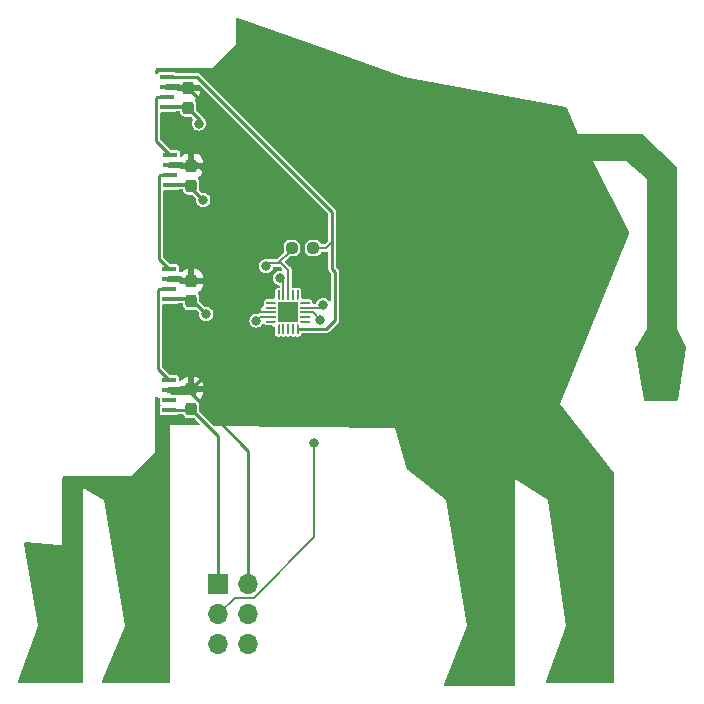
<source format=gbr>
%TF.GenerationSoftware,KiCad,Pcbnew,7.0.1*%
%TF.CreationDate,2024-01-19T17:32:14-06:00*%
%TF.ProjectId,Techno Buffalo,54656368-6e6f-4204-9275-6666616c6f2e,rev?*%
%TF.SameCoordinates,Original*%
%TF.FileFunction,Copper,L1,Top*%
%TF.FilePolarity,Positive*%
%FSLAX46Y46*%
G04 Gerber Fmt 4.6, Leading zero omitted, Abs format (unit mm)*
G04 Created by KiCad (PCBNEW 7.0.1) date 2024-01-19 17:32:14*
%MOMM*%
%LPD*%
G01*
G04 APERTURE LIST*
G04 Aperture macros list*
%AMRoundRect*
0 Rectangle with rounded corners*
0 $1 Rounding radius*
0 $2 $3 $4 $5 $6 $7 $8 $9 X,Y pos of 4 corners*
0 Add a 4 corners polygon primitive as box body*
4,1,4,$2,$3,$4,$5,$6,$7,$8,$9,$2,$3,0*
0 Add four circle primitives for the rounded corners*
1,1,$1+$1,$2,$3*
1,1,$1+$1,$4,$5*
1,1,$1+$1,$6,$7*
1,1,$1+$1,$8,$9*
0 Add four rect primitives between the rounded corners*
20,1,$1+$1,$2,$3,$4,$5,0*
20,1,$1+$1,$4,$5,$6,$7,0*
20,1,$1+$1,$6,$7,$8,$9,0*
20,1,$1+$1,$8,$9,$2,$3,0*%
%AMFreePoly0*
4,1,14,0.334644,0.085355,0.385355,0.034644,0.400000,-0.000711,0.400000,-0.050000,0.385355,-0.085355,0.350000,-0.100000,-0.350000,-0.100000,-0.385355,-0.085355,-0.400000,-0.050000,-0.400000,0.050000,-0.385355,0.085355,-0.350000,0.100000,0.299289,0.100000,0.334644,0.085355,0.334644,0.085355,$1*%
%AMFreePoly1*
4,1,14,0.385355,0.085355,0.400000,0.050000,0.400000,0.000711,0.385355,-0.034644,0.334644,-0.085355,0.299289,-0.100000,-0.350000,-0.100000,-0.385355,-0.085355,-0.400000,-0.050000,-0.400000,0.050000,-0.385355,0.085355,-0.350000,0.100000,0.350000,0.100000,0.385355,0.085355,0.385355,0.085355,$1*%
%AMFreePoly2*
4,1,14,0.085355,0.385355,0.100000,0.350000,0.100000,-0.350000,0.085355,-0.385355,0.050000,-0.400000,-0.050000,-0.400000,-0.085355,-0.385355,-0.100000,-0.350000,-0.100000,0.299289,-0.085355,0.334644,-0.034644,0.385355,0.000711,0.400000,0.050000,0.400000,0.085355,0.385355,0.085355,0.385355,$1*%
%AMFreePoly3*
4,1,14,0.034644,0.385355,0.085355,0.334644,0.100000,0.299289,0.100000,-0.350000,0.085355,-0.385355,0.050000,-0.400000,-0.050000,-0.400000,-0.085355,-0.385355,-0.100000,-0.350000,-0.100000,0.350000,-0.085355,0.385355,-0.050000,0.400000,-0.000711,0.400000,0.034644,0.385355,0.034644,0.385355,$1*%
%AMFreePoly4*
4,1,14,0.385355,0.085355,0.400000,0.050000,0.400000,-0.050000,0.385355,-0.085355,0.350000,-0.100000,-0.299289,-0.100000,-0.334644,-0.085354,-0.385355,-0.034644,-0.400000,0.000711,-0.400000,0.050000,-0.385355,0.085355,-0.350000,0.100000,0.350000,0.100000,0.385355,0.085355,0.385355,0.085355,$1*%
%AMFreePoly5*
4,1,14,0.385355,0.085355,0.400000,0.050000,0.400000,-0.050000,0.385355,-0.085355,0.350000,-0.100000,-0.350000,-0.100000,-0.385355,-0.085355,-0.400000,-0.050000,-0.400000,-0.000711,-0.385355,0.034644,-0.334643,0.085355,-0.299289,0.100000,0.350000,0.100000,0.385355,0.085355,0.385355,0.085355,$1*%
%AMFreePoly6*
4,1,14,0.085355,0.385355,0.100000,0.350000,0.100000,-0.299289,0.085355,-0.334644,0.034644,-0.385355,-0.000711,-0.400000,-0.050000,-0.400000,-0.085355,-0.385355,-0.100000,-0.350000,-0.100000,0.350000,-0.085355,0.385355,-0.050000,0.400000,0.050000,0.400000,0.085355,0.385355,0.085355,0.385355,$1*%
%AMFreePoly7*
4,1,14,0.085355,0.385355,0.100000,0.350000,0.100000,-0.350000,0.085355,-0.385355,0.050000,-0.400000,0.000711,-0.400000,-0.034644,-0.385355,-0.085355,-0.334644,-0.100000,-0.299289,-0.100000,0.350000,-0.085355,0.385355,-0.050000,0.400000,0.050000,0.400000,0.085355,0.385355,0.085355,0.385355,$1*%
G04 Aperture macros list end*
%TA.AperFunction,SMDPad,CuDef*%
%ADD10RoundRect,0.237500X-0.250000X-0.237500X0.250000X-0.237500X0.250000X0.237500X-0.250000X0.237500X0*%
%TD*%
%TA.AperFunction,SMDPad,CuDef*%
%ADD11RoundRect,0.237500X0.237500X-0.300000X0.237500X0.300000X-0.237500X0.300000X-0.237500X-0.300000X0*%
%TD*%
%TA.AperFunction,SMDPad,CuDef*%
%ADD12R,1.200000X0.450000*%
%TD*%
%TA.AperFunction,SMDPad,CuDef*%
%ADD13FreePoly0,0.000000*%
%TD*%
%TA.AperFunction,SMDPad,CuDef*%
%ADD14RoundRect,0.050000X-0.350000X-0.050000X0.350000X-0.050000X0.350000X0.050000X-0.350000X0.050000X0*%
%TD*%
%TA.AperFunction,SMDPad,CuDef*%
%ADD15FreePoly1,0.000000*%
%TD*%
%TA.AperFunction,SMDPad,CuDef*%
%ADD16FreePoly2,0.000000*%
%TD*%
%TA.AperFunction,SMDPad,CuDef*%
%ADD17RoundRect,0.050000X-0.050000X-0.350000X0.050000X-0.350000X0.050000X0.350000X-0.050000X0.350000X0*%
%TD*%
%TA.AperFunction,SMDPad,CuDef*%
%ADD18FreePoly3,0.000000*%
%TD*%
%TA.AperFunction,SMDPad,CuDef*%
%ADD19FreePoly4,0.000000*%
%TD*%
%TA.AperFunction,SMDPad,CuDef*%
%ADD20FreePoly5,0.000000*%
%TD*%
%TA.AperFunction,SMDPad,CuDef*%
%ADD21FreePoly6,0.000000*%
%TD*%
%TA.AperFunction,SMDPad,CuDef*%
%ADD22FreePoly7,0.000000*%
%TD*%
%TA.AperFunction,SMDPad,CuDef*%
%ADD23R,1.700000X1.700000*%
%TD*%
%TA.AperFunction,ComponentPad*%
%ADD24R,1.700000X1.700000*%
%TD*%
%TA.AperFunction,ComponentPad*%
%ADD25O,1.700000X1.700000*%
%TD*%
%TA.AperFunction,ViaPad*%
%ADD26C,0.800000*%
%TD*%
%TA.AperFunction,Conductor*%
%ADD27C,0.200000*%
%TD*%
%TA.AperFunction,Conductor*%
%ADD28C,0.300000*%
%TD*%
%TA.AperFunction,Conductor*%
%ADD29C,0.250000*%
%TD*%
G04 APERTURE END LIST*
D10*
%TO.P,R1,1*%
%TO.N,/CS{slash}MISO*%
X105783500Y-115316000D03*
%TO.P,R1,2*%
%TO.N,/DIO*%
X107608500Y-115316000D03*
%TD*%
D11*
%TO.P,C2,1*%
%TO.N,/Battery_VIN*%
X97282000Y-110082500D03*
%TO.P,C2,2*%
%TO.N,GND*%
X97282000Y-108357500D03*
%TD*%
D12*
%TO.P,D36,1,VDD*%
%TO.N,/Battery_VIN*%
X95504000Y-109962000D03*
%TO.P,D36,2,DOUT*%
%TO.N,Net-(D36-DOUT)*%
X95504000Y-109122000D03*
%TO.P,D36,3,VSS*%
%TO.N,GND*%
X95504000Y-108282000D03*
%TO.P,D36,4,DIN*%
%TO.N,Net-(D35-DOUT)*%
X95504000Y-107442000D03*
%TD*%
D11*
%TO.P,C3,1*%
%TO.N,/Battery_VIN*%
X97282000Y-119835000D03*
%TO.P,C3,2*%
%TO.N,GND*%
X97282000Y-118110000D03*
%TD*%
%TO.P,C4,1*%
%TO.N,/Battery_VIN*%
X97282000Y-128979000D03*
%TO.P,C4,2*%
%TO.N,GND*%
X97282000Y-127254000D03*
%TD*%
D12*
%TO.P,D37,1,VDD*%
%TO.N,/Battery_VIN*%
X95416000Y-119624000D03*
%TO.P,D37,2,DOUT*%
%TO.N,Net-(D37-DOUT)*%
X95416000Y-118784000D03*
%TO.P,D37,3,VSS*%
%TO.N,GND*%
X95416000Y-117944000D03*
%TO.P,D37,4,DIN*%
%TO.N,Net-(D36-DOUT)*%
X95416000Y-117104000D03*
%TD*%
%TO.P,D38,1,VDD*%
%TO.N,/Battery_VIN*%
X95416000Y-129022000D03*
%TO.P,D38,2,DOUT*%
%TO.N,unconnected-(D38-DOUT-Pad2)*%
X95416000Y-128182000D03*
%TO.P,D38,3,VSS*%
%TO.N,GND*%
X95416000Y-127342000D03*
%TO.P,D38,4,DIN*%
%TO.N,Net-(D37-DOUT)*%
X95416000Y-126502000D03*
%TD*%
D11*
%TO.P,C1,1*%
%TO.N,/Battery_VIN*%
X97028000Y-103478500D03*
%TO.P,C1,2*%
%TO.N,GND*%
X97028000Y-101753500D03*
%TD*%
D12*
%TO.P,D35,1,VDD*%
%TO.N,/Battery_VIN*%
X95250000Y-103358000D03*
%TO.P,D35,2,DOUT*%
%TO.N,Net-(D35-DOUT)*%
X95250000Y-102518000D03*
%TO.P,D35,3,VSS*%
%TO.N,GND*%
X95250000Y-101678000D03*
%TO.P,D35,4,DIN*%
%TO.N,/DIO*%
X95250000Y-100838000D03*
%TD*%
D13*
%TO.P,U1,1,PA2*%
%TO.N,/Charlie_Plex_2*%
X104034000Y-119958000D03*
D14*
%TO.P,U1,2,PA3*%
%TO.N,/Charlie_Plex_3*%
X104034000Y-120358000D03*
%TO.P,U1,3,GND*%
%TO.N,GND*%
X104034000Y-120758000D03*
%TO.P,U1,4,VCC*%
%TO.N,/Battery_VIN*%
X104034000Y-121158000D03*
D15*
%TO.P,U1,5,PA4*%
%TO.N,/Charlie_Plex_4*%
X104034000Y-121558000D03*
D16*
%TO.P,U1,6,PA5*%
%TO.N,/Charlie_Plex_5*%
X104684000Y-122208000D03*
D17*
%TO.P,U1,7,PA6*%
%TO.N,/Charlie_Plex_6*%
X105084000Y-122208000D03*
%TO.P,U1,8,PA7*%
%TO.N,unconnected-(U1-PA7-Pad8)*%
X105484000Y-122208000D03*
%TO.P,U1,9,PB5*%
%TO.N,unconnected-(U1-PB5-Pad9)*%
X105884000Y-122208000D03*
D18*
%TO.P,U1,10,PB4*%
%TO.N,/DIO*%
X106284000Y-122208000D03*
D19*
%TO.P,U1,11,PB3*%
%TO.N,/RX*%
X106934000Y-121558000D03*
D14*
%TO.P,U1,12,PB2*%
%TO.N,/TX*%
X106934000Y-121158000D03*
%TO.P,U1,13,PB1*%
%TO.N,/SDA{slash}MOSI{slash}DATA*%
X106934000Y-120758000D03*
%TO.P,U1,14,PB0*%
%TO.N,/SCL{slash}SCK*%
X106934000Y-120358000D03*
D20*
%TO.P,U1,15,PC0*%
%TO.N,/LED_RED*%
X106934000Y-119958000D03*
D21*
%TO.P,U1,16,PC1*%
%TO.N,/LED_GREEN*%
X106284000Y-119308000D03*
D17*
%TO.P,U1,17,PC2*%
%TO.N,/LED_BLUE*%
X105884000Y-119308000D03*
%TO.P,U1,18,PC3*%
%TO.N,/CS{slash}MISO*%
X105484000Y-119308000D03*
%TO.P,U1,19,~{RESET}/PA0*%
%TO.N,/UPDI*%
X105084000Y-119308000D03*
D22*
%TO.P,U1,20,PA1*%
%TO.N,/Charlie_Plex_1*%
X104684000Y-119308000D03*
D23*
%TO.P,U1,21,GND*%
%TO.N,GND*%
X105484000Y-120758000D03*
%TD*%
D24*
%TO.P,J3,1,Pin_1*%
%TO.N,/Battery_VIN*%
X99568000Y-143764000D03*
D25*
%TO.P,J3,2,Pin_2*%
%TO.N,GND*%
X102108000Y-143764000D03*
%TO.P,J3,3,Pin_3*%
%TO.N,/SDA{slash}MOSI{slash}DATA*%
X99568000Y-146304000D03*
%TO.P,J3,4,Pin_4*%
%TO.N,/SCL{slash}SCK*%
X102108000Y-146304000D03*
%TO.P,J3,5,Pin_5*%
%TO.N,/CS{slash}MISO*%
X99568000Y-148844000D03*
%TO.P,J3,6,Pin_6*%
%TO.N,/UPDI*%
X102108000Y-148844000D03*
%TD*%
D26*
%TO.N,/Battery_VIN*%
X97917000Y-104775000D03*
X98298000Y-111252000D03*
X98552000Y-120904000D03*
X102795664Y-121457500D03*
%TO.N,GND*%
X105472500Y-121158000D03*
X105156000Y-121158000D03*
X105156000Y-120396000D03*
X106680000Y-129794000D03*
X105472500Y-120396000D03*
X110744000Y-129794000D03*
X101600000Y-129794000D03*
X98552000Y-128778000D03*
X108712000Y-129794000D03*
X91948000Y-138176000D03*
%TO.N,/SDA{slash}MOSI{slash}DATA*%
X108204000Y-121412000D03*
X107696000Y-131826000D03*
%TO.N,/SCL{slash}SCK*%
X108458000Y-120142000D03*
%TO.N,/CS{slash}MISO*%
X103632000Y-116840000D03*
%TO.N,/UPDI*%
X104784500Y-117856000D03*
%TD*%
D27*
%TO.N,/Battery_VIN*%
X104034000Y-121158000D02*
X103095164Y-121158000D01*
D28*
X97917000Y-104367500D02*
X97917000Y-104775000D01*
X95250000Y-103358000D02*
X96907500Y-103358000D01*
X97272000Y-119624000D02*
X98552000Y-120904000D01*
X96907500Y-103358000D02*
X97917000Y-104367500D01*
D27*
X103095164Y-121158000D02*
X102795664Y-121457500D01*
D28*
X95504000Y-109962000D02*
X97008000Y-109962000D01*
X95416000Y-119624000D02*
X97272000Y-119624000D01*
D29*
X99568000Y-131265000D02*
X97325000Y-129022000D01*
X97325000Y-129022000D02*
X95416000Y-129022000D01*
X99568000Y-143764000D02*
X99568000Y-131265000D01*
D28*
X97008000Y-109962000D02*
X98298000Y-111252000D01*
D29*
%TO.N,Net-(D35-DOUT)*%
X94400000Y-102518000D02*
X94325000Y-102593000D01*
X94325000Y-102593000D02*
X94325000Y-106263000D01*
X95250000Y-102518000D02*
X94400000Y-102518000D01*
X94325000Y-106263000D02*
X95504000Y-107442000D01*
%TO.N,GND*%
X95416000Y-117944000D02*
X99402000Y-117944000D01*
X101949999Y-121898287D02*
X101949999Y-122586001D01*
D28*
X95250000Y-101678000D02*
X96952500Y-101678000D01*
X99402000Y-104127500D02*
X99402000Y-109816000D01*
D29*
X96266000Y-127586000D02*
X95660000Y-127586000D01*
X102108000Y-132472005D02*
X97221995Y-127586000D01*
X99402000Y-117944000D02*
X99402000Y-119350288D01*
X102108000Y-143764000D02*
X102108000Y-132472005D01*
D28*
X97790000Y-108204000D02*
X99402000Y-109816000D01*
D29*
X95660000Y-127586000D02*
X95416000Y-127342000D01*
D28*
X96952500Y-101678000D02*
X99402000Y-104127500D01*
D29*
X99753856Y-119702144D02*
X101949999Y-121898287D01*
X96950000Y-127586000D02*
X96266000Y-127586000D01*
D28*
X97712000Y-108282000D02*
X97790000Y-108204000D01*
D27*
X100809712Y-120758000D02*
X99753856Y-119702144D01*
D28*
X95504000Y-108282000D02*
X97712000Y-108282000D01*
D27*
X104034000Y-120758000D02*
X100809712Y-120758000D01*
D29*
X101949999Y-122586001D02*
X96950000Y-127586000D01*
X99402000Y-119350288D02*
X99753856Y-119702144D01*
X97221995Y-127586000D02*
X96266000Y-127586000D01*
D28*
X99402000Y-109816000D02*
X99402000Y-117944000D01*
D27*
%TO.N,/DIO*%
X107696000Y-115316000D02*
X108712000Y-115316000D01*
D29*
X109474000Y-117338688D02*
X109474000Y-121412000D01*
X97790000Y-100838000D02*
X109220000Y-112268000D01*
X109220000Y-114808000D02*
X109220000Y-117084688D01*
X95250000Y-100838000D02*
X97790000Y-100838000D01*
X108678000Y-122208000D02*
X106309000Y-122208000D01*
X109220000Y-112268000D02*
X109220000Y-114808000D01*
X109220000Y-117084688D02*
X109474000Y-117338688D01*
X109474000Y-121412000D02*
X108678000Y-122208000D01*
D27*
X108712000Y-115316000D02*
X109220000Y-114808000D01*
D29*
%TO.N,Net-(D36-DOUT)*%
X95416000Y-117104000D02*
X94579000Y-116267000D01*
X94579000Y-116267000D02*
X94579000Y-109197000D01*
X94579000Y-109197000D02*
X94654000Y-109122000D01*
X94654000Y-109122000D02*
X95504000Y-109122000D01*
%TO.N,Net-(D37-DOUT)*%
X94491000Y-118859000D02*
X94566000Y-118784000D01*
X94566000Y-118784000D02*
X95416000Y-118784000D01*
X95416000Y-126502000D02*
X94491000Y-125577000D01*
X94491000Y-125577000D02*
X94491000Y-118859000D01*
D27*
%TO.N,/SDA{slash}MOSI{slash}DATA*%
X99568000Y-146304000D02*
X100958000Y-144914000D01*
X106934000Y-120758000D02*
X107550000Y-120758000D01*
X100958000Y-144914000D02*
X102584346Y-144914000D01*
X107696000Y-139802346D02*
X107696000Y-131826000D01*
X102584346Y-144914000D02*
X107696000Y-139802346D01*
X107550000Y-120758000D02*
X108204000Y-121412000D01*
%TO.N,/SCL{slash}SCK*%
X106934000Y-120358000D02*
X108242000Y-120358000D01*
X108242000Y-120358000D02*
X108458000Y-120142000D01*
%TO.N,/CS{slash}MISO*%
X105696000Y-115538000D02*
X105696000Y-115316000D01*
X104648000Y-116586000D02*
X105696000Y-115538000D01*
X103886000Y-116586000D02*
X103632000Y-116840000D01*
X105484000Y-119308000D02*
X105484000Y-117168000D01*
X104648000Y-116586000D02*
X103886000Y-116586000D01*
X105484000Y-117168000D02*
X104902000Y-116586000D01*
X104902000Y-116586000D02*
X104648000Y-116586000D01*
%TO.N,/UPDI*%
X105084000Y-119308000D02*
X105084000Y-118155500D01*
X105084000Y-118155500D02*
X104784500Y-117856000D01*
%TD*%
%TA.AperFunction,Conductor*%
%TO.N,GND*%
G36*
X101257706Y-95817181D02*
G01*
X107492800Y-98044000D01*
X115316000Y-100838000D01*
X128967791Y-103366109D01*
X129022001Y-103390675D01*
X129058521Y-103437673D01*
X130048000Y-105664000D01*
X135333766Y-105664000D01*
X135378719Y-105672435D01*
X135417556Y-105696593D01*
X138389790Y-108421141D01*
X138419503Y-108462618D01*
X138430000Y-108512548D01*
X138430000Y-122174000D01*
X139173967Y-123661935D01*
X139185679Y-123698950D01*
X139185371Y-123737773D01*
X138447269Y-128166385D01*
X138424881Y-128219424D01*
X138380953Y-128256636D01*
X138324956Y-128270000D01*
X135741044Y-128270000D01*
X135685047Y-128256636D01*
X135641119Y-128219424D01*
X135618731Y-128166385D01*
X134882061Y-123746367D01*
X134883135Y-123699960D01*
X134901198Y-123657201D01*
X135890000Y-122174000D01*
X135890000Y-109474000D01*
X134112000Y-107950000D01*
X134111998Y-107950000D01*
X131318000Y-107950000D01*
X134340996Y-113995993D01*
X134353988Y-114046481D01*
X134345078Y-114097847D01*
X128523999Y-128523999D01*
X133069651Y-134332332D01*
X133089228Y-134368335D01*
X133096000Y-134408754D01*
X133096000Y-152022000D01*
X133079387Y-152084000D01*
X133034000Y-152129387D01*
X132972000Y-152146000D01*
X127431832Y-152146000D01*
X127374467Y-152131933D01*
X127330118Y-152092924D01*
X127308846Y-152037823D01*
X127315477Y-151979133D01*
X127317412Y-151973881D01*
X129032000Y-147320000D01*
X127508000Y-136652000D01*
X124714000Y-134874000D01*
X124714000Y-134874001D01*
X124714000Y-152276000D01*
X124697387Y-152338000D01*
X124652000Y-152383387D01*
X124590000Y-152400000D01*
X118801152Y-152400000D01*
X118743032Y-152385536D01*
X118698472Y-152345518D01*
X118677865Y-152289282D01*
X118686021Y-152229948D01*
X120650000Y-147320001D01*
X120650000Y-147319999D01*
X118872000Y-136652000D01*
X115602395Y-134136919D01*
X115575428Y-134108313D01*
X115558771Y-134072700D01*
X114554000Y-130555999D01*
X99163843Y-130350797D01*
X99117281Y-130341050D01*
X99077815Y-130314489D01*
X97993819Y-129230493D01*
X97966939Y-129190265D01*
X97957500Y-129142812D01*
X97957500Y-128626240D01*
X97955802Y-128608133D01*
X97954725Y-128596651D01*
X97911116Y-128472025D01*
X97911115Y-128472023D01*
X97842506Y-128379060D01*
X97818719Y-128315891D01*
X97831544Y-128249622D01*
X97877180Y-128199888D01*
X97980040Y-128136443D01*
X98101943Y-128014540D01*
X98192453Y-127867801D01*
X98246681Y-127704151D01*
X98257000Y-127603147D01*
X98257000Y-127504000D01*
X96556000Y-127504000D01*
X96529319Y-127530681D01*
X96489091Y-127557561D01*
X96441638Y-127567000D01*
X95315000Y-127567000D01*
X95253000Y-127550387D01*
X95207613Y-127505000D01*
X95191000Y-127443000D01*
X95191000Y-127241000D01*
X95207613Y-127179000D01*
X95253000Y-127133613D01*
X95315000Y-127117000D01*
X96267000Y-127117000D01*
X96271026Y-127112973D01*
X96283613Y-127066000D01*
X96329000Y-127020613D01*
X96391000Y-127004000D01*
X97032000Y-127004000D01*
X97032000Y-126216501D01*
X96995353Y-126216501D01*
X96894349Y-126226818D01*
X96730698Y-126281046D01*
X96583959Y-126371556D01*
X96462054Y-126493461D01*
X96446038Y-126519428D01*
X96399984Y-126563132D01*
X96338336Y-126578312D01*
X96277255Y-126560990D01*
X96232754Y-126515705D01*
X96216500Y-126454331D01*
X96216500Y-126257251D01*
X96208394Y-126216500D01*
X97532000Y-126216500D01*
X97532000Y-127004000D01*
X98256999Y-127004000D01*
X98256999Y-126904853D01*
X98246681Y-126803849D01*
X98192453Y-126640198D01*
X98101943Y-126493459D01*
X97980040Y-126371556D01*
X97833301Y-126281046D01*
X97669651Y-126226818D01*
X97568647Y-126216500D01*
X97532000Y-126216500D01*
X96208394Y-126216500D01*
X96204867Y-126198769D01*
X96160552Y-126132447D01*
X96094230Y-126088132D01*
X96035749Y-126076500D01*
X96035748Y-126076500D01*
X95502188Y-126076500D01*
X95454735Y-126067061D01*
X95414507Y-126040181D01*
X94852819Y-125478493D01*
X94825939Y-125438265D01*
X94816500Y-125390812D01*
X94816500Y-120173500D01*
X94833113Y-120111500D01*
X94878500Y-120066113D01*
X94940500Y-120049500D01*
X96035749Y-120049500D01*
X96064989Y-120043683D01*
X96094231Y-120037867D01*
X96157790Y-119995397D01*
X96190684Y-119979840D01*
X96226680Y-119974500D01*
X96482500Y-119974500D01*
X96544500Y-119991113D01*
X96589887Y-120036500D01*
X96606500Y-120098500D01*
X96606500Y-120187760D01*
X96609274Y-120217345D01*
X96609274Y-120217347D01*
X96609275Y-120217349D01*
X96642085Y-120311114D01*
X96652885Y-120341978D01*
X96731288Y-120448211D01*
X96837521Y-120526614D01*
X96837523Y-120526614D01*
X96837525Y-120526616D01*
X96962151Y-120570225D01*
X96974833Y-120571414D01*
X96991740Y-120573000D01*
X96991744Y-120573000D01*
X97572256Y-120573000D01*
X97572260Y-120573000D01*
X97589166Y-120571414D01*
X97601849Y-120570225D01*
X97617715Y-120564672D01*
X97686262Y-120560823D01*
X97746351Y-120594033D01*
X97915874Y-120763556D01*
X97945612Y-120811377D01*
X97951133Y-120867419D01*
X97946317Y-120904000D01*
X97966956Y-121060762D01*
X98027463Y-121206840D01*
X98123717Y-121332282D01*
X98219065Y-121405444D01*
X98249159Y-121428536D01*
X98395238Y-121489044D01*
X98552000Y-121509682D01*
X98708762Y-121489044D01*
X98854841Y-121428536D01*
X98980282Y-121332282D01*
X99076536Y-121206841D01*
X99137044Y-121060762D01*
X99157682Y-120904000D01*
X99137044Y-120747238D01*
X99076536Y-120601159D01*
X99052800Y-120570225D01*
X98980282Y-120475717D01*
X98854840Y-120379463D01*
X98708762Y-120318956D01*
X98552000Y-120298317D01*
X98515419Y-120303133D01*
X98459377Y-120297612D01*
X98411556Y-120267874D01*
X97993819Y-119850137D01*
X97966939Y-119809909D01*
X97957500Y-119762456D01*
X97957500Y-119482240D01*
X97954725Y-119452654D01*
X97954725Y-119452651D01*
X97911116Y-119328025D01*
X97911115Y-119328023D01*
X97842506Y-119235060D01*
X97818719Y-119171891D01*
X97831544Y-119105622D01*
X97877180Y-119055888D01*
X97980040Y-118992443D01*
X98101943Y-118870540D01*
X98192453Y-118723801D01*
X98246681Y-118560151D01*
X98257000Y-118459147D01*
X98257000Y-118360000D01*
X96391000Y-118360000D01*
X96329000Y-118343387D01*
X96283613Y-118298000D01*
X96267000Y-118236000D01*
X96267000Y-118169000D01*
X95315000Y-118169000D01*
X95253000Y-118152387D01*
X95207613Y-118107000D01*
X95191000Y-118045000D01*
X95191000Y-117843000D01*
X95207613Y-117781000D01*
X95253000Y-117735613D01*
X95315000Y-117719000D01*
X96432000Y-117719000D01*
X96494000Y-117735613D01*
X96539387Y-117781000D01*
X96556000Y-117843000D01*
X96556000Y-117860000D01*
X97032000Y-117860000D01*
X97032000Y-117072501D01*
X96995353Y-117072501D01*
X96894349Y-117082818D01*
X96730698Y-117137046D01*
X96583959Y-117227556D01*
X96492924Y-117318592D01*
X96442999Y-117349023D01*
X96384679Y-117353194D01*
X96330932Y-117330177D01*
X96266189Y-117281710D01*
X96229616Y-117237948D01*
X96216500Y-117182444D01*
X96216500Y-117072500D01*
X97532000Y-117072500D01*
X97532000Y-117860000D01*
X98256999Y-117860000D01*
X98256999Y-117760853D01*
X98246681Y-117659849D01*
X98192453Y-117496198D01*
X98101943Y-117349459D01*
X97980040Y-117227556D01*
X97833301Y-117137046D01*
X97669651Y-117082818D01*
X97568647Y-117072500D01*
X97532000Y-117072500D01*
X96216500Y-117072500D01*
X96216500Y-116859251D01*
X96204867Y-116800769D01*
X96160552Y-116734447D01*
X96094230Y-116690132D01*
X96035749Y-116678500D01*
X96035748Y-116678500D01*
X95502188Y-116678500D01*
X95454735Y-116669061D01*
X95414507Y-116642181D01*
X94940819Y-116168493D01*
X94913939Y-116128265D01*
X94904500Y-116080812D01*
X94904500Y-110511500D01*
X94921113Y-110449500D01*
X94966500Y-110404113D01*
X95028500Y-110387500D01*
X96123749Y-110387500D01*
X96152989Y-110381683D01*
X96182231Y-110375867D01*
X96245790Y-110333397D01*
X96278684Y-110317840D01*
X96314680Y-110312500D01*
X96482500Y-110312500D01*
X96544500Y-110329113D01*
X96589887Y-110374500D01*
X96604651Y-110429602D01*
X96605958Y-110429480D01*
X96609274Y-110464845D01*
X96652885Y-110589478D01*
X96731288Y-110695711D01*
X96837521Y-110774114D01*
X96837523Y-110774114D01*
X96837525Y-110774116D01*
X96962151Y-110817725D01*
X96974833Y-110818914D01*
X96991740Y-110820500D01*
X96991744Y-110820500D01*
X97319456Y-110820500D01*
X97366909Y-110829939D01*
X97407137Y-110856819D01*
X97661874Y-111111556D01*
X97691612Y-111159377D01*
X97697133Y-111215419D01*
X97692317Y-111252000D01*
X97712956Y-111408762D01*
X97773463Y-111554840D01*
X97869717Y-111680282D01*
X97995158Y-111776535D01*
X97995159Y-111776536D01*
X98141238Y-111837044D01*
X98298000Y-111857682D01*
X98454762Y-111837044D01*
X98600841Y-111776536D01*
X98726282Y-111680282D01*
X98822536Y-111554841D01*
X98883044Y-111408762D01*
X98903682Y-111252000D01*
X98883044Y-111095238D01*
X98822536Y-110949159D01*
X98822535Y-110949158D01*
X98726282Y-110823717D01*
X98600840Y-110727463D01*
X98454762Y-110666956D01*
X98298000Y-110646317D01*
X98261419Y-110651133D01*
X98205377Y-110645612D01*
X98157556Y-110615874D01*
X97993819Y-110452137D01*
X97966939Y-110411909D01*
X97957500Y-110364456D01*
X97957500Y-109729740D01*
X97954725Y-109700154D01*
X97954725Y-109700151D01*
X97911116Y-109575525D01*
X97900494Y-109561132D01*
X97842506Y-109482560D01*
X97818719Y-109419391D01*
X97831544Y-109353122D01*
X97877180Y-109303388D01*
X97980040Y-109239943D01*
X98101943Y-109118040D01*
X98192453Y-108971301D01*
X98246681Y-108807651D01*
X98257000Y-108706647D01*
X98257000Y-108607500D01*
X96391000Y-108607500D01*
X96329000Y-108590887D01*
X96283613Y-108545500D01*
X96275601Y-108515601D01*
X96267000Y-108507000D01*
X95403000Y-108507000D01*
X95341000Y-108490387D01*
X95295613Y-108445000D01*
X95279000Y-108383000D01*
X95279000Y-108181000D01*
X95295613Y-108119000D01*
X95341000Y-108073613D01*
X95403000Y-108057000D01*
X96542138Y-108057000D01*
X96589591Y-108066439D01*
X96629819Y-108093319D01*
X96644000Y-108107500D01*
X97032000Y-108107500D01*
X97032000Y-107320001D01*
X96995353Y-107320001D01*
X96894349Y-107330318D01*
X96730698Y-107384546D01*
X96583962Y-107475054D01*
X96516182Y-107542836D01*
X96466819Y-107573086D01*
X96409103Y-107577628D01*
X96355615Y-107555473D01*
X96318015Y-107511450D01*
X96304500Y-107455155D01*
X96304500Y-107320000D01*
X97532000Y-107320000D01*
X97532000Y-108107500D01*
X98256999Y-108107500D01*
X98256999Y-108008353D01*
X98246681Y-107907349D01*
X98192453Y-107743698D01*
X98101943Y-107596959D01*
X97980040Y-107475056D01*
X97833301Y-107384546D01*
X97669651Y-107330318D01*
X97568647Y-107320000D01*
X97532000Y-107320000D01*
X96304500Y-107320000D01*
X96304500Y-107197251D01*
X96292867Y-107138769D01*
X96248552Y-107072447D01*
X96182230Y-107028132D01*
X96123749Y-107016500D01*
X96123748Y-107016500D01*
X95590188Y-107016500D01*
X95542735Y-107007061D01*
X95502507Y-106980181D01*
X94686819Y-106164493D01*
X94659939Y-106124265D01*
X94650500Y-106076812D01*
X94650500Y-103907500D01*
X94667113Y-103845500D01*
X94712500Y-103800113D01*
X94774500Y-103783500D01*
X95869749Y-103783500D01*
X95898989Y-103777683D01*
X95928231Y-103771867D01*
X95991790Y-103729397D01*
X96024684Y-103713840D01*
X96060680Y-103708500D01*
X96228500Y-103708500D01*
X96290500Y-103725113D01*
X96335887Y-103770500D01*
X96350651Y-103825602D01*
X96351958Y-103825480D01*
X96355274Y-103860845D01*
X96398885Y-103985478D01*
X96477288Y-104091711D01*
X96583521Y-104170114D01*
X96583523Y-104170114D01*
X96583525Y-104170116D01*
X96708151Y-104213725D01*
X96720833Y-104214914D01*
X96737740Y-104216500D01*
X96737744Y-104216500D01*
X97218956Y-104216500D01*
X97266409Y-104225939D01*
X97306637Y-104252819D01*
X97373537Y-104319719D01*
X97404112Y-104370098D01*
X97407977Y-104428902D01*
X97396070Y-104455984D01*
X97398711Y-104457078D01*
X97331955Y-104618239D01*
X97311317Y-104774999D01*
X97331956Y-104931762D01*
X97392463Y-105077840D01*
X97488717Y-105203282D01*
X97614158Y-105299535D01*
X97614159Y-105299536D01*
X97760238Y-105360044D01*
X97917000Y-105380682D01*
X98073762Y-105360044D01*
X98219841Y-105299536D01*
X98345282Y-105203282D01*
X98441536Y-105077841D01*
X98502044Y-104931762D01*
X98522682Y-104775000D01*
X98502044Y-104618238D01*
X98441536Y-104472159D01*
X98345282Y-104346718D01*
X98296153Y-104309020D01*
X98262587Y-104269663D01*
X98229923Y-104209306D01*
X98227576Y-104204746D01*
X98202917Y-104154303D01*
X98161588Y-104116257D01*
X98157890Y-104112709D01*
X97739819Y-103694638D01*
X97712939Y-103654410D01*
X97703500Y-103606957D01*
X97703500Y-103125740D01*
X97700725Y-103096154D01*
X97700725Y-103096151D01*
X97657116Y-102971525D01*
X97646494Y-102957132D01*
X97588506Y-102878560D01*
X97564719Y-102815391D01*
X97577544Y-102749122D01*
X97623180Y-102699388D01*
X97726040Y-102635943D01*
X97847943Y-102514040D01*
X97938453Y-102367301D01*
X97992681Y-102203651D01*
X98003000Y-102102647D01*
X98003000Y-102003500D01*
X96137000Y-102003500D01*
X96075000Y-101986887D01*
X96029613Y-101941500D01*
X96021601Y-101911601D01*
X96013000Y-101903000D01*
X95149000Y-101903000D01*
X95087000Y-101886387D01*
X95041613Y-101841000D01*
X95025000Y-101779000D01*
X95025000Y-101577000D01*
X95041613Y-101515000D01*
X95087000Y-101469613D01*
X95149000Y-101453000D01*
X96288138Y-101453000D01*
X96335591Y-101462439D01*
X96375819Y-101489319D01*
X96390000Y-101503500D01*
X97943812Y-101503500D01*
X97991265Y-101512939D01*
X98031493Y-101539819D01*
X108858181Y-112366507D01*
X108885061Y-112406735D01*
X108894500Y-112454188D01*
X108894500Y-114657166D01*
X108885061Y-114704619D01*
X108858181Y-114744847D01*
X108623848Y-114979181D01*
X108583620Y-115006061D01*
X108536167Y-115015500D01*
X108388478Y-115015500D01*
X108338891Y-115005154D01*
X108297579Y-114975841D01*
X108271436Y-114932454D01*
X108250115Y-114871522D01*
X108171711Y-114765288D01*
X108065478Y-114686885D01*
X108051679Y-114682056D01*
X107940849Y-114643275D01*
X107940847Y-114643274D01*
X107940845Y-114643274D01*
X107911260Y-114640500D01*
X107911256Y-114640500D01*
X107305744Y-114640500D01*
X107305740Y-114640500D01*
X107276154Y-114643274D01*
X107151521Y-114686885D01*
X107045288Y-114765288D01*
X106966885Y-114871521D01*
X106923274Y-114996154D01*
X106920500Y-115025740D01*
X106920500Y-115606260D01*
X106923274Y-115635845D01*
X106923274Y-115635847D01*
X106923275Y-115635849D01*
X106945564Y-115699546D01*
X106966885Y-115760478D01*
X107045288Y-115866711D01*
X107151521Y-115945114D01*
X107151523Y-115945114D01*
X107151525Y-115945116D01*
X107276151Y-115988725D01*
X107288833Y-115989914D01*
X107305740Y-115991500D01*
X107305744Y-115991500D01*
X107911256Y-115991500D01*
X107911260Y-115991500D01*
X107926052Y-115990112D01*
X107940849Y-115988725D01*
X108065475Y-115945116D01*
X108171711Y-115866711D01*
X108250116Y-115760475D01*
X108271436Y-115699545D01*
X108297579Y-115656159D01*
X108338891Y-115626846D01*
X108388478Y-115616500D01*
X108642757Y-115616500D01*
X108659577Y-115619243D01*
X108669762Y-115618772D01*
X108669765Y-115618773D01*
X108716080Y-115616631D01*
X108721805Y-115616500D01*
X108740824Y-115616500D01*
X108755315Y-115614817D01*
X108764777Y-115614380D01*
X108829165Y-115629003D01*
X108876920Y-115674602D01*
X108894500Y-115738248D01*
X108894500Y-117065060D01*
X108894028Y-117075868D01*
X108890735Y-117113495D01*
X108900512Y-117149984D01*
X108902853Y-117160540D01*
X108909599Y-117198795D01*
X108919829Y-117223491D01*
X108920446Y-117224372D01*
X108942112Y-117255315D01*
X108947915Y-117264424D01*
X108966806Y-117297143D01*
X108995736Y-117321418D01*
X109003713Y-117328727D01*
X109112182Y-117437197D01*
X109139061Y-117477426D01*
X109148500Y-117524878D01*
X109148500Y-119690155D01*
X109133473Y-119749323D01*
X109092035Y-119794150D01*
X109034229Y-119813773D01*
X108974064Y-119803435D01*
X108926124Y-119765641D01*
X108886282Y-119713717D01*
X108760840Y-119617463D01*
X108614762Y-119556956D01*
X108458000Y-119536317D01*
X108301237Y-119556956D01*
X108155159Y-119617463D01*
X108029717Y-119713717D01*
X107933464Y-119839158D01*
X107874731Y-119980953D01*
X107847851Y-120021181D01*
X107807623Y-120048061D01*
X107760170Y-120057500D01*
X107663905Y-120057500D01*
X107610888Y-120045595D01*
X107568052Y-120012165D01*
X107543621Y-119963630D01*
X107542287Y-119909310D01*
X107542548Y-119908000D01*
X107526988Y-119829771D01*
X107511137Y-119791502D01*
X107484453Y-119745284D01*
X107484452Y-119745283D01*
X107484451Y-119745281D01*
X107446718Y-119707548D01*
X107400498Y-119680863D01*
X107372176Y-119669132D01*
X107372175Y-119669132D01*
X107362228Y-119665012D01*
X107284000Y-119649452D01*
X107283999Y-119649452D01*
X107275267Y-119651189D01*
X107251076Y-119653572D01*
X106830186Y-119653572D01*
X106774682Y-119640456D01*
X106730920Y-119603883D01*
X106691189Y-119550810D01*
X106638117Y-119511080D01*
X106601544Y-119467318D01*
X106588428Y-119411814D01*
X106588428Y-118990924D01*
X106590811Y-118966733D01*
X106592548Y-118958000D01*
X106592547Y-118957999D01*
X106576988Y-118879771D01*
X106561137Y-118841502D01*
X106534453Y-118795284D01*
X106534452Y-118795283D01*
X106534451Y-118795281D01*
X106496718Y-118757548D01*
X106450498Y-118730863D01*
X106450497Y-118730862D01*
X106422176Y-118719132D01*
X106422175Y-118719132D01*
X106412228Y-118715012D01*
X106334000Y-118699452D01*
X106333999Y-118699452D01*
X106325267Y-118701189D01*
X106301076Y-118703572D01*
X106266924Y-118703572D01*
X106242733Y-118701189D01*
X106234001Y-118699452D01*
X106234000Y-118699452D01*
X106213287Y-118703572D01*
X106155766Y-118715013D01*
X106133947Y-118724051D01*
X106074339Y-118732892D01*
X106056030Y-118726340D01*
X106055930Y-118726846D01*
X106031740Y-118722034D01*
X105983499Y-118712438D01*
X105958675Y-118707500D01*
X105958674Y-118707500D01*
X105908500Y-118707500D01*
X105846500Y-118690887D01*
X105801113Y-118645500D01*
X105784500Y-118583500D01*
X105784500Y-117237243D01*
X105787243Y-117220422D01*
X105786772Y-117210236D01*
X105786773Y-117210235D01*
X105784631Y-117163919D01*
X105784500Y-117158195D01*
X105784500Y-117139178D01*
X105782817Y-117124680D01*
X105781585Y-117098008D01*
X105778786Y-117091670D01*
X105770332Y-117064367D01*
X105769061Y-117057567D01*
X105755002Y-117034860D01*
X105746995Y-117019670D01*
X105736880Y-116996762D01*
X105736206Y-116995235D01*
X105731310Y-116990339D01*
X105713563Y-116967933D01*
X105709919Y-116962048D01*
X105688602Y-116945950D01*
X105675648Y-116934677D01*
X105287652Y-116546681D01*
X105255558Y-116491094D01*
X105255558Y-116426906D01*
X105287652Y-116371319D01*
X105631152Y-116027819D01*
X105671380Y-116000939D01*
X105718833Y-115991500D01*
X106086260Y-115991500D01*
X106101052Y-115990112D01*
X106115849Y-115988725D01*
X106240475Y-115945116D01*
X106346711Y-115866711D01*
X106425116Y-115760475D01*
X106468725Y-115635849D01*
X106470527Y-115616632D01*
X106471500Y-115606260D01*
X106471500Y-115025740D01*
X106468725Y-114996154D01*
X106468725Y-114996151D01*
X106425116Y-114871525D01*
X106425114Y-114871522D01*
X106425114Y-114871521D01*
X106346711Y-114765288D01*
X106240478Y-114686885D01*
X106226679Y-114682056D01*
X106115849Y-114643275D01*
X106115847Y-114643274D01*
X106115845Y-114643274D01*
X106086260Y-114640500D01*
X106086256Y-114640500D01*
X105480744Y-114640500D01*
X105480740Y-114640500D01*
X105451154Y-114643274D01*
X105326521Y-114686885D01*
X105220288Y-114765288D01*
X105141885Y-114871521D01*
X105098274Y-114996154D01*
X105095500Y-115025740D01*
X105095500Y-115606260D01*
X105099254Y-115646292D01*
X105092450Y-115699916D01*
X105063477Y-115745550D01*
X104559848Y-116249181D01*
X104519620Y-116276061D01*
X104472167Y-116285500D01*
X103955243Y-116285500D01*
X103938421Y-116282756D01*
X103891789Y-116284911D01*
X103838614Y-116275605D01*
X103825313Y-116270096D01*
X103788762Y-116254956D01*
X103756087Y-116250654D01*
X103632000Y-116234317D01*
X103475237Y-116254956D01*
X103329159Y-116315463D01*
X103203717Y-116411717D01*
X103107463Y-116537159D01*
X103046956Y-116683237D01*
X103026317Y-116840000D01*
X103046956Y-116996762D01*
X103107463Y-117142840D01*
X103203717Y-117268282D01*
X103308899Y-117348990D01*
X103329159Y-117364536D01*
X103475238Y-117425044D01*
X103632000Y-117445682D01*
X103788762Y-117425044D01*
X103934841Y-117364536D01*
X104060282Y-117268282D01*
X104156536Y-117142841D01*
X104217044Y-116996762D01*
X104217366Y-116994312D01*
X104238730Y-116939376D01*
X104283048Y-116900511D01*
X104340305Y-116886500D01*
X104578757Y-116886500D01*
X104595577Y-116889243D01*
X104605762Y-116888772D01*
X104605765Y-116888773D01*
X104652080Y-116886631D01*
X104657805Y-116886500D01*
X104675844Y-116886500D01*
X104726167Y-116886500D01*
X104773620Y-116895939D01*
X104813848Y-116922819D01*
X104937149Y-117046120D01*
X104968362Y-117098583D01*
X104970758Y-117159582D01*
X104943758Y-117214332D01*
X104893906Y-117249565D01*
X104833283Y-117256740D01*
X104784500Y-117250317D01*
X104627737Y-117270956D01*
X104481659Y-117331463D01*
X104356217Y-117427717D01*
X104259963Y-117553159D01*
X104199456Y-117699237D01*
X104178817Y-117856000D01*
X104199456Y-118012762D01*
X104259963Y-118158840D01*
X104356217Y-118284282D01*
X104481658Y-118380535D01*
X104481659Y-118380536D01*
X104627738Y-118441044D01*
X104675685Y-118447356D01*
X104730623Y-118468720D01*
X104769489Y-118513038D01*
X104783500Y-118570295D01*
X104783500Y-118578095D01*
X104771595Y-118631112D01*
X104738165Y-118673948D01*
X104689630Y-118698379D01*
X104635311Y-118699712D01*
X104634000Y-118699452D01*
X104555772Y-118715012D01*
X104555770Y-118715012D01*
X104555769Y-118715013D01*
X104517501Y-118730863D01*
X104471281Y-118757548D01*
X104433548Y-118795281D01*
X104406863Y-118841501D01*
X104391012Y-118879770D01*
X104375452Y-118958000D01*
X104377189Y-118966733D01*
X104379572Y-118990924D01*
X104379572Y-119411814D01*
X104366456Y-119467318D01*
X104329883Y-119511080D01*
X104276810Y-119550810D01*
X104237080Y-119603883D01*
X104193318Y-119640456D01*
X104137814Y-119653572D01*
X103716924Y-119653572D01*
X103692733Y-119651189D01*
X103684001Y-119649452D01*
X103684000Y-119649452D01*
X103605772Y-119665012D01*
X103605770Y-119665012D01*
X103605769Y-119665013D01*
X103567501Y-119680863D01*
X103521281Y-119707548D01*
X103483548Y-119745281D01*
X103456863Y-119791501D01*
X103441012Y-119829770D01*
X103425452Y-119908000D01*
X103427189Y-119916733D01*
X103429572Y-119940924D01*
X103429572Y-119975076D01*
X103427188Y-119999267D01*
X103425452Y-120008000D01*
X103441012Y-120086228D01*
X103441013Y-120086230D01*
X103442750Y-120094963D01*
X103443112Y-120098646D01*
X103450188Y-120139009D01*
X103436087Y-120191036D01*
X103401243Y-120232163D01*
X103291435Y-120315433D01*
X103200078Y-120435906D01*
X103144613Y-120576555D01*
X103134000Y-120664935D01*
X103134000Y-120736984D01*
X103118330Y-120797322D01*
X103075279Y-120842410D01*
X103044040Y-120852084D01*
X103019255Y-120863027D01*
X102952988Y-120872530D01*
X102795664Y-120851817D01*
X102638901Y-120872456D01*
X102492823Y-120932963D01*
X102367381Y-121029217D01*
X102271127Y-121154659D01*
X102210620Y-121300737D01*
X102189981Y-121457500D01*
X102210620Y-121614262D01*
X102271127Y-121760340D01*
X102367381Y-121885782D01*
X102492823Y-121982036D01*
X102638902Y-122042544D01*
X102795664Y-122063182D01*
X102952426Y-122042544D01*
X103098505Y-121982036D01*
X103223946Y-121885782D01*
X103300540Y-121785961D01*
X103356505Y-121744926D01*
X103425754Y-121740387D01*
X103486597Y-121773767D01*
X103521281Y-121808451D01*
X103521283Y-121808452D01*
X103521284Y-121808453D01*
X103567502Y-121835137D01*
X103605771Y-121850988D01*
X103684000Y-121866548D01*
X103692732Y-121864811D01*
X103716924Y-121862428D01*
X104137814Y-121862428D01*
X104193318Y-121875544D01*
X104237080Y-121912117D01*
X104276810Y-121965189D01*
X104329883Y-122004920D01*
X104366456Y-122048682D01*
X104379572Y-122104186D01*
X104379572Y-122525076D01*
X104377188Y-122549267D01*
X104375452Y-122558000D01*
X104391012Y-122636228D01*
X104391013Y-122636230D01*
X104406863Y-122674498D01*
X104433548Y-122720718D01*
X104471281Y-122758451D01*
X104471283Y-122758452D01*
X104471284Y-122758453D01*
X104517502Y-122785137D01*
X104555771Y-122800988D01*
X104634000Y-122816548D01*
X104642732Y-122814811D01*
X104666924Y-122812428D01*
X104701076Y-122812428D01*
X104725267Y-122814811D01*
X104734000Y-122816548D01*
X104812229Y-122800988D01*
X104834050Y-122791949D01*
X104893660Y-122783107D01*
X104911969Y-122789659D01*
X104912070Y-122789154D01*
X104936259Y-122793965D01*
X104936260Y-122793966D01*
X104963231Y-122799331D01*
X105009325Y-122808500D01*
X105009326Y-122808500D01*
X105158674Y-122808500D01*
X105158675Y-122808500D01*
X105180149Y-122804228D01*
X105231740Y-122793966D01*
X105231741Y-122793965D01*
X105251353Y-122790064D01*
X105259805Y-122786563D01*
X105308195Y-122786563D01*
X105316646Y-122790064D01*
X105336259Y-122793965D01*
X105336260Y-122793966D01*
X105381373Y-122802939D01*
X105409325Y-122808500D01*
X105409326Y-122808500D01*
X105558674Y-122808500D01*
X105558675Y-122808500D01*
X105580149Y-122804228D01*
X105631740Y-122793966D01*
X105631741Y-122793965D01*
X105651353Y-122790064D01*
X105659805Y-122786563D01*
X105708195Y-122786563D01*
X105716646Y-122790064D01*
X105736259Y-122793965D01*
X105736260Y-122793966D01*
X105781373Y-122802939D01*
X105809325Y-122808500D01*
X105809326Y-122808500D01*
X105958674Y-122808500D01*
X105958675Y-122808500D01*
X106055931Y-122789154D01*
X106056031Y-122789659D01*
X106074335Y-122783108D01*
X106133949Y-122791949D01*
X106155771Y-122800988D01*
X106234000Y-122816548D01*
X106242732Y-122814811D01*
X106266924Y-122812428D01*
X106301076Y-122812428D01*
X106325267Y-122814811D01*
X106334000Y-122816548D01*
X106412229Y-122800988D01*
X106450498Y-122785137D01*
X106496716Y-122758453D01*
X106534453Y-122720716D01*
X106561137Y-122674498D01*
X106572868Y-122646176D01*
X106572868Y-122646175D01*
X106576988Y-122636228D01*
X106577568Y-122633308D01*
X106600810Y-122582013D01*
X106644342Y-122546288D01*
X106699186Y-122533500D01*
X108658373Y-122533500D01*
X108669180Y-122533971D01*
X108706807Y-122537264D01*
X108743324Y-122527478D01*
X108753830Y-122525149D01*
X108791045Y-122518588D01*
X108791047Y-122518586D01*
X108792112Y-122518399D01*
X108816799Y-122508173D01*
X108817682Y-122507554D01*
X108817684Y-122507554D01*
X108848625Y-122485887D01*
X108857722Y-122480091D01*
X108890455Y-122461194D01*
X108914748Y-122432241D01*
X108922036Y-122424288D01*
X109690290Y-121656034D01*
X109698258Y-121648734D01*
X109727192Y-121624457D01*
X109727192Y-121624456D01*
X109727194Y-121624455D01*
X109746091Y-121591722D01*
X109751887Y-121582625D01*
X109773554Y-121551684D01*
X109773554Y-121551682D01*
X109774173Y-121550799D01*
X109784399Y-121526112D01*
X109784586Y-121525047D01*
X109784588Y-121525045D01*
X109791149Y-121487830D01*
X109793478Y-121477324D01*
X109803264Y-121440807D01*
X109799971Y-121403180D01*
X109799500Y-121392373D01*
X109799500Y-117358307D01*
X109799972Y-117347500D01*
X109803263Y-117309879D01*
X109793486Y-117273392D01*
X109791144Y-117262828D01*
X109789817Y-117255302D01*
X109784588Y-117225643D01*
X109784587Y-117225642D01*
X109784400Y-117224579D01*
X109774173Y-117199889D01*
X109773554Y-117199005D01*
X109773554Y-117199004D01*
X109751878Y-117168048D01*
X109746077Y-117158940D01*
X109740906Y-117149984D01*
X109727194Y-117126233D01*
X109698259Y-117101954D01*
X109690283Y-117094645D01*
X109581819Y-116986181D01*
X109554939Y-116945953D01*
X109545500Y-116898500D01*
X109545500Y-112287627D01*
X109545972Y-112276819D01*
X109549264Y-112239192D01*
X109539487Y-112202706D01*
X109537145Y-112192143D01*
X109530400Y-112153891D01*
X109520171Y-112129198D01*
X109519554Y-112128317D01*
X109519554Y-112128316D01*
X109497892Y-112097379D01*
X109492080Y-112088256D01*
X109473194Y-112055544D01*
X109444255Y-112031262D01*
X109436280Y-112023954D01*
X98034043Y-100621717D01*
X98026734Y-100613741D01*
X98002454Y-100584805D01*
X97969736Y-100565915D01*
X97960627Y-100560112D01*
X97929684Y-100538446D01*
X97928803Y-100537829D01*
X97904107Y-100527599D01*
X97865852Y-100520853D01*
X97855296Y-100518512D01*
X97818807Y-100508735D01*
X97781180Y-100512028D01*
X97770372Y-100512500D01*
X96090266Y-100512500D01*
X96031813Y-100497858D01*
X96012863Y-100480683D01*
X95928230Y-100424132D01*
X95869749Y-100412500D01*
X95869748Y-100412500D01*
X94630252Y-100412500D01*
X94630251Y-100412500D01*
X94571769Y-100424132D01*
X94505448Y-100468447D01*
X94478529Y-100508735D01*
X94461192Y-100534682D01*
X94461102Y-100534816D01*
X94414295Y-100576410D01*
X94353132Y-100589829D01*
X94293210Y-100571652D01*
X94249810Y-100526514D01*
X94234000Y-100465925D01*
X94234000Y-100200000D01*
X94250613Y-100138000D01*
X94296000Y-100092613D01*
X94358000Y-100076000D01*
X99060000Y-100076000D01*
X101092000Y-98044000D01*
X101092000Y-95933957D01*
X101105924Y-95876866D01*
X101144570Y-95832597D01*
X101199258Y-95811092D01*
X101257706Y-95817181D01*
G37*
%TD.AperFunction*%
%TA.AperFunction,Conductor*%
G36*
X94409512Y-127883643D02*
G01*
X94457268Y-127922127D01*
X94458812Y-127924189D01*
X94565811Y-128004289D01*
X94602384Y-128048052D01*
X94615500Y-128103556D01*
X94615500Y-128426749D01*
X94627133Y-128485231D01*
X94659124Y-128533109D01*
X94677639Y-128577809D01*
X94677639Y-128626191D01*
X94659124Y-128670891D01*
X94627133Y-128718768D01*
X94615500Y-128777251D01*
X94615500Y-129266749D01*
X94627132Y-129325230D01*
X94671447Y-129391552D01*
X94737769Y-129435867D01*
X94796251Y-129447500D01*
X94796252Y-129447500D01*
X96035748Y-129447500D01*
X96035749Y-129447500D01*
X96064989Y-129441683D01*
X96094231Y-129435867D01*
X96160552Y-129391552D01*
X96160552Y-129391550D01*
X96178863Y-129379316D01*
X96197813Y-129362142D01*
X96256266Y-129347500D01*
X96516446Y-129347500D01*
X96566032Y-129357846D01*
X96607344Y-129387158D01*
X96633487Y-129430545D01*
X96652883Y-129485975D01*
X96731288Y-129592211D01*
X96837521Y-129670614D01*
X96837523Y-129670614D01*
X96837525Y-129670616D01*
X96962151Y-129714225D01*
X96974833Y-129715414D01*
X96991740Y-129717000D01*
X96991744Y-129717000D01*
X97508312Y-129717000D01*
X97555765Y-129726439D01*
X97595993Y-129753319D01*
X97964620Y-130121946D01*
X97994972Y-130171623D01*
X97999307Y-130229678D01*
X97976671Y-130283312D01*
X97932052Y-130320706D01*
X97875286Y-130333616D01*
X95504000Y-130302000D01*
X95504000Y-152022000D01*
X95487387Y-152084000D01*
X95442000Y-152129387D01*
X95380000Y-152146000D01*
X89848754Y-152146000D01*
X89790142Y-152131273D01*
X89745452Y-152090590D01*
X89725299Y-152033615D01*
X89734471Y-151973881D01*
X91694000Y-147320000D01*
X89916000Y-136652000D01*
X89693748Y-136524999D01*
X88138000Y-135635999D01*
X88138000Y-152022000D01*
X88121387Y-152084000D01*
X88076000Y-152129387D01*
X88014000Y-152146000D01*
X82727832Y-152146000D01*
X82670467Y-152131933D01*
X82626118Y-152092924D01*
X82604846Y-152037823D01*
X82611477Y-151979133D01*
X82613412Y-151973881D01*
X84328000Y-147320000D01*
X83086164Y-140365718D01*
X83089040Y-140309730D01*
X83116282Y-140260730D01*
X83162320Y-140228735D01*
X83217738Y-140220287D01*
X86118286Y-140443406D01*
X86359999Y-140462000D01*
X86360000Y-140462000D01*
X86360000Y-134744000D01*
X86376613Y-134682000D01*
X86422000Y-134636613D01*
X86484000Y-134620000D01*
X92202000Y-134620000D01*
X94234000Y-132588000D01*
X94234000Y-127996437D01*
X94249168Y-127937010D01*
X94290961Y-127892121D01*
X94349155Y-127872753D01*
X94409512Y-127883643D01*
G37*
%TD.AperFunction*%
%TD*%
M02*

</source>
